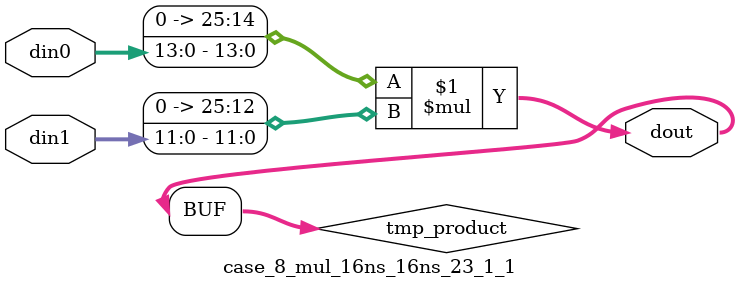
<source format=v>

`timescale 1 ns / 1 ps

 (* use_dsp = "no" *)  module case_8_mul_16ns_16ns_23_1_1(din0, din1, dout);
parameter ID = 1;
parameter NUM_STAGE = 0;
parameter din0_WIDTH = 14;
parameter din1_WIDTH = 12;
parameter dout_WIDTH = 26;

input [din0_WIDTH - 1 : 0] din0; 
input [din1_WIDTH - 1 : 0] din1; 
output [dout_WIDTH - 1 : 0] dout;

wire signed [dout_WIDTH - 1 : 0] tmp_product;
























assign tmp_product = $signed({1'b0, din0}) * $signed({1'b0, din1});











assign dout = tmp_product;





















endmodule

</source>
